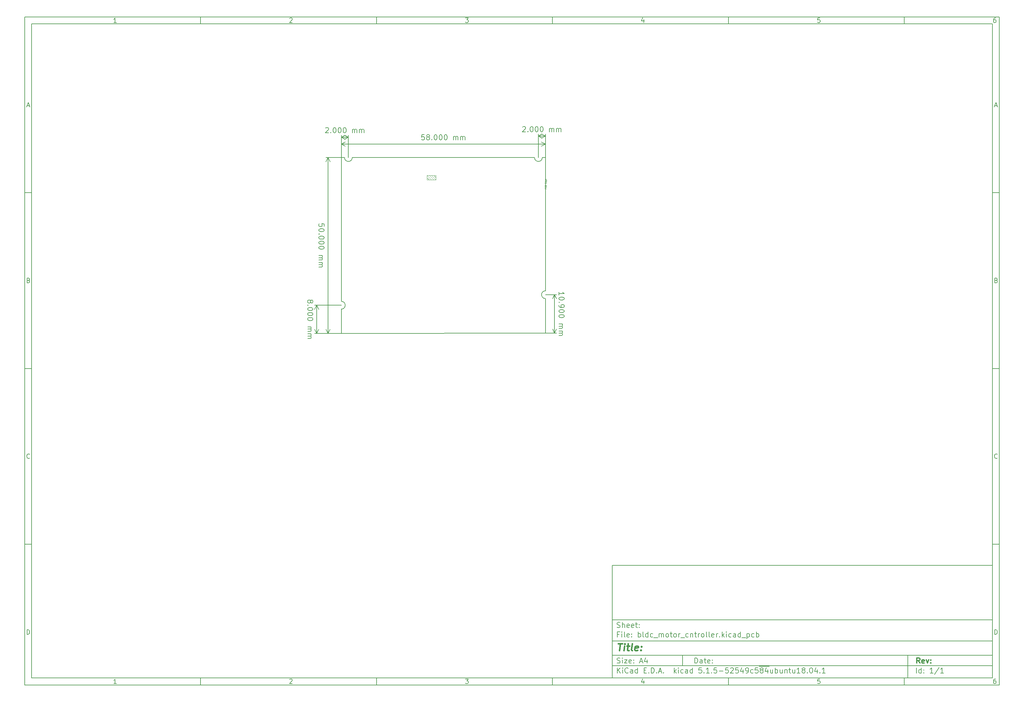
<source format=gbr>
G04 #@! TF.GenerationSoftware,KiCad,Pcbnew,5.1.5-52549c5~84~ubuntu18.04.1*
G04 #@! TF.CreationDate,2020-02-16T22:49:10+01:00*
G04 #@! TF.ProjectId,bldc_motor_cntroller,626c6463-5f6d-46f7-946f-725f636e7472,rev?*
G04 #@! TF.SameCoordinates,Original*
G04 #@! TF.FileFunction,OtherDrawing,Comment*
%FSLAX46Y46*%
G04 Gerber Fmt 4.6, Leading zero omitted, Abs format (unit mm)*
G04 Created by KiCad (PCBNEW 5.1.5-52549c5~84~ubuntu18.04.1) date 2020-02-16 22:49:10*
%MOMM*%
%LPD*%
G04 APERTURE LIST*
%ADD10C,0.100000*%
%ADD11C,0.150000*%
%ADD12C,0.300000*%
%ADD13C,0.400000*%
%ADD14C,0.200000*%
%ADD15C,0.040000*%
G04 APERTURE END LIST*
D10*
D11*
X177002200Y-166007200D02*
X177002200Y-198007200D01*
X285002200Y-198007200D01*
X285002200Y-166007200D01*
X177002200Y-166007200D01*
D10*
D11*
X10000000Y-10000000D02*
X10000000Y-200007200D01*
X287002200Y-200007200D01*
X287002200Y-10000000D01*
X10000000Y-10000000D01*
D10*
D11*
X12000000Y-12000000D02*
X12000000Y-198007200D01*
X285002200Y-198007200D01*
X285002200Y-12000000D01*
X12000000Y-12000000D01*
D10*
D11*
X60000000Y-12000000D02*
X60000000Y-10000000D01*
D10*
D11*
X110000000Y-12000000D02*
X110000000Y-10000000D01*
D10*
D11*
X160000000Y-12000000D02*
X160000000Y-10000000D01*
D10*
D11*
X210000000Y-12000000D02*
X210000000Y-10000000D01*
D10*
D11*
X260000000Y-12000000D02*
X260000000Y-10000000D01*
D10*
D11*
X36065476Y-11588095D02*
X35322619Y-11588095D01*
X35694047Y-11588095D02*
X35694047Y-10288095D01*
X35570238Y-10473809D01*
X35446428Y-10597619D01*
X35322619Y-10659523D01*
D10*
D11*
X85322619Y-10411904D02*
X85384523Y-10350000D01*
X85508333Y-10288095D01*
X85817857Y-10288095D01*
X85941666Y-10350000D01*
X86003571Y-10411904D01*
X86065476Y-10535714D01*
X86065476Y-10659523D01*
X86003571Y-10845238D01*
X85260714Y-11588095D01*
X86065476Y-11588095D01*
D10*
D11*
X135260714Y-10288095D02*
X136065476Y-10288095D01*
X135632142Y-10783333D01*
X135817857Y-10783333D01*
X135941666Y-10845238D01*
X136003571Y-10907142D01*
X136065476Y-11030952D01*
X136065476Y-11340476D01*
X136003571Y-11464285D01*
X135941666Y-11526190D01*
X135817857Y-11588095D01*
X135446428Y-11588095D01*
X135322619Y-11526190D01*
X135260714Y-11464285D01*
D10*
D11*
X185941666Y-10721428D02*
X185941666Y-11588095D01*
X185632142Y-10226190D02*
X185322619Y-11154761D01*
X186127380Y-11154761D01*
D10*
D11*
X236003571Y-10288095D02*
X235384523Y-10288095D01*
X235322619Y-10907142D01*
X235384523Y-10845238D01*
X235508333Y-10783333D01*
X235817857Y-10783333D01*
X235941666Y-10845238D01*
X236003571Y-10907142D01*
X236065476Y-11030952D01*
X236065476Y-11340476D01*
X236003571Y-11464285D01*
X235941666Y-11526190D01*
X235817857Y-11588095D01*
X235508333Y-11588095D01*
X235384523Y-11526190D01*
X235322619Y-11464285D01*
D10*
D11*
X285941666Y-10288095D02*
X285694047Y-10288095D01*
X285570238Y-10350000D01*
X285508333Y-10411904D01*
X285384523Y-10597619D01*
X285322619Y-10845238D01*
X285322619Y-11340476D01*
X285384523Y-11464285D01*
X285446428Y-11526190D01*
X285570238Y-11588095D01*
X285817857Y-11588095D01*
X285941666Y-11526190D01*
X286003571Y-11464285D01*
X286065476Y-11340476D01*
X286065476Y-11030952D01*
X286003571Y-10907142D01*
X285941666Y-10845238D01*
X285817857Y-10783333D01*
X285570238Y-10783333D01*
X285446428Y-10845238D01*
X285384523Y-10907142D01*
X285322619Y-11030952D01*
D10*
D11*
X60000000Y-198007200D02*
X60000000Y-200007200D01*
D10*
D11*
X110000000Y-198007200D02*
X110000000Y-200007200D01*
D10*
D11*
X160000000Y-198007200D02*
X160000000Y-200007200D01*
D10*
D11*
X210000000Y-198007200D02*
X210000000Y-200007200D01*
D10*
D11*
X260000000Y-198007200D02*
X260000000Y-200007200D01*
D10*
D11*
X36065476Y-199595295D02*
X35322619Y-199595295D01*
X35694047Y-199595295D02*
X35694047Y-198295295D01*
X35570238Y-198481009D01*
X35446428Y-198604819D01*
X35322619Y-198666723D01*
D10*
D11*
X85322619Y-198419104D02*
X85384523Y-198357200D01*
X85508333Y-198295295D01*
X85817857Y-198295295D01*
X85941666Y-198357200D01*
X86003571Y-198419104D01*
X86065476Y-198542914D01*
X86065476Y-198666723D01*
X86003571Y-198852438D01*
X85260714Y-199595295D01*
X86065476Y-199595295D01*
D10*
D11*
X135260714Y-198295295D02*
X136065476Y-198295295D01*
X135632142Y-198790533D01*
X135817857Y-198790533D01*
X135941666Y-198852438D01*
X136003571Y-198914342D01*
X136065476Y-199038152D01*
X136065476Y-199347676D01*
X136003571Y-199471485D01*
X135941666Y-199533390D01*
X135817857Y-199595295D01*
X135446428Y-199595295D01*
X135322619Y-199533390D01*
X135260714Y-199471485D01*
D10*
D11*
X185941666Y-198728628D02*
X185941666Y-199595295D01*
X185632142Y-198233390D02*
X185322619Y-199161961D01*
X186127380Y-199161961D01*
D10*
D11*
X236003571Y-198295295D02*
X235384523Y-198295295D01*
X235322619Y-198914342D01*
X235384523Y-198852438D01*
X235508333Y-198790533D01*
X235817857Y-198790533D01*
X235941666Y-198852438D01*
X236003571Y-198914342D01*
X236065476Y-199038152D01*
X236065476Y-199347676D01*
X236003571Y-199471485D01*
X235941666Y-199533390D01*
X235817857Y-199595295D01*
X235508333Y-199595295D01*
X235384523Y-199533390D01*
X235322619Y-199471485D01*
D10*
D11*
X285941666Y-198295295D02*
X285694047Y-198295295D01*
X285570238Y-198357200D01*
X285508333Y-198419104D01*
X285384523Y-198604819D01*
X285322619Y-198852438D01*
X285322619Y-199347676D01*
X285384523Y-199471485D01*
X285446428Y-199533390D01*
X285570238Y-199595295D01*
X285817857Y-199595295D01*
X285941666Y-199533390D01*
X286003571Y-199471485D01*
X286065476Y-199347676D01*
X286065476Y-199038152D01*
X286003571Y-198914342D01*
X285941666Y-198852438D01*
X285817857Y-198790533D01*
X285570238Y-198790533D01*
X285446428Y-198852438D01*
X285384523Y-198914342D01*
X285322619Y-199038152D01*
D10*
D11*
X10000000Y-60000000D02*
X12000000Y-60000000D01*
D10*
D11*
X10000000Y-110000000D02*
X12000000Y-110000000D01*
D10*
D11*
X10000000Y-160000000D02*
X12000000Y-160000000D01*
D10*
D11*
X10690476Y-35216666D02*
X11309523Y-35216666D01*
X10566666Y-35588095D02*
X11000000Y-34288095D01*
X11433333Y-35588095D01*
D10*
D11*
X11092857Y-84907142D02*
X11278571Y-84969047D01*
X11340476Y-85030952D01*
X11402380Y-85154761D01*
X11402380Y-85340476D01*
X11340476Y-85464285D01*
X11278571Y-85526190D01*
X11154761Y-85588095D01*
X10659523Y-85588095D01*
X10659523Y-84288095D01*
X11092857Y-84288095D01*
X11216666Y-84350000D01*
X11278571Y-84411904D01*
X11340476Y-84535714D01*
X11340476Y-84659523D01*
X11278571Y-84783333D01*
X11216666Y-84845238D01*
X11092857Y-84907142D01*
X10659523Y-84907142D01*
D10*
D11*
X11402380Y-135464285D02*
X11340476Y-135526190D01*
X11154761Y-135588095D01*
X11030952Y-135588095D01*
X10845238Y-135526190D01*
X10721428Y-135402380D01*
X10659523Y-135278571D01*
X10597619Y-135030952D01*
X10597619Y-134845238D01*
X10659523Y-134597619D01*
X10721428Y-134473809D01*
X10845238Y-134350000D01*
X11030952Y-134288095D01*
X11154761Y-134288095D01*
X11340476Y-134350000D01*
X11402380Y-134411904D01*
D10*
D11*
X10659523Y-185588095D02*
X10659523Y-184288095D01*
X10969047Y-184288095D01*
X11154761Y-184350000D01*
X11278571Y-184473809D01*
X11340476Y-184597619D01*
X11402380Y-184845238D01*
X11402380Y-185030952D01*
X11340476Y-185278571D01*
X11278571Y-185402380D01*
X11154761Y-185526190D01*
X10969047Y-185588095D01*
X10659523Y-185588095D01*
D10*
D11*
X287002200Y-60000000D02*
X285002200Y-60000000D01*
D10*
D11*
X287002200Y-110000000D02*
X285002200Y-110000000D01*
D10*
D11*
X287002200Y-160000000D02*
X285002200Y-160000000D01*
D10*
D11*
X285692676Y-35216666D02*
X286311723Y-35216666D01*
X285568866Y-35588095D02*
X286002200Y-34288095D01*
X286435533Y-35588095D01*
D10*
D11*
X286095057Y-84907142D02*
X286280771Y-84969047D01*
X286342676Y-85030952D01*
X286404580Y-85154761D01*
X286404580Y-85340476D01*
X286342676Y-85464285D01*
X286280771Y-85526190D01*
X286156961Y-85588095D01*
X285661723Y-85588095D01*
X285661723Y-84288095D01*
X286095057Y-84288095D01*
X286218866Y-84350000D01*
X286280771Y-84411904D01*
X286342676Y-84535714D01*
X286342676Y-84659523D01*
X286280771Y-84783333D01*
X286218866Y-84845238D01*
X286095057Y-84907142D01*
X285661723Y-84907142D01*
D10*
D11*
X286404580Y-135464285D02*
X286342676Y-135526190D01*
X286156961Y-135588095D01*
X286033152Y-135588095D01*
X285847438Y-135526190D01*
X285723628Y-135402380D01*
X285661723Y-135278571D01*
X285599819Y-135030952D01*
X285599819Y-134845238D01*
X285661723Y-134597619D01*
X285723628Y-134473809D01*
X285847438Y-134350000D01*
X286033152Y-134288095D01*
X286156961Y-134288095D01*
X286342676Y-134350000D01*
X286404580Y-134411904D01*
D10*
D11*
X285661723Y-185588095D02*
X285661723Y-184288095D01*
X285971247Y-184288095D01*
X286156961Y-184350000D01*
X286280771Y-184473809D01*
X286342676Y-184597619D01*
X286404580Y-184845238D01*
X286404580Y-185030952D01*
X286342676Y-185278571D01*
X286280771Y-185402380D01*
X286156961Y-185526190D01*
X285971247Y-185588095D01*
X285661723Y-185588095D01*
D10*
D11*
X200434342Y-193785771D02*
X200434342Y-192285771D01*
X200791485Y-192285771D01*
X201005771Y-192357200D01*
X201148628Y-192500057D01*
X201220057Y-192642914D01*
X201291485Y-192928628D01*
X201291485Y-193142914D01*
X201220057Y-193428628D01*
X201148628Y-193571485D01*
X201005771Y-193714342D01*
X200791485Y-193785771D01*
X200434342Y-193785771D01*
X202577200Y-193785771D02*
X202577200Y-193000057D01*
X202505771Y-192857200D01*
X202362914Y-192785771D01*
X202077200Y-192785771D01*
X201934342Y-192857200D01*
X202577200Y-193714342D02*
X202434342Y-193785771D01*
X202077200Y-193785771D01*
X201934342Y-193714342D01*
X201862914Y-193571485D01*
X201862914Y-193428628D01*
X201934342Y-193285771D01*
X202077200Y-193214342D01*
X202434342Y-193214342D01*
X202577200Y-193142914D01*
X203077200Y-192785771D02*
X203648628Y-192785771D01*
X203291485Y-192285771D02*
X203291485Y-193571485D01*
X203362914Y-193714342D01*
X203505771Y-193785771D01*
X203648628Y-193785771D01*
X204720057Y-193714342D02*
X204577200Y-193785771D01*
X204291485Y-193785771D01*
X204148628Y-193714342D01*
X204077200Y-193571485D01*
X204077200Y-193000057D01*
X204148628Y-192857200D01*
X204291485Y-192785771D01*
X204577200Y-192785771D01*
X204720057Y-192857200D01*
X204791485Y-193000057D01*
X204791485Y-193142914D01*
X204077200Y-193285771D01*
X205434342Y-193642914D02*
X205505771Y-193714342D01*
X205434342Y-193785771D01*
X205362914Y-193714342D01*
X205434342Y-193642914D01*
X205434342Y-193785771D01*
X205434342Y-192857200D02*
X205505771Y-192928628D01*
X205434342Y-193000057D01*
X205362914Y-192928628D01*
X205434342Y-192857200D01*
X205434342Y-193000057D01*
D10*
D11*
X177002200Y-194507200D02*
X285002200Y-194507200D01*
D10*
D11*
X178434342Y-196585771D02*
X178434342Y-195085771D01*
X179291485Y-196585771D02*
X178648628Y-195728628D01*
X179291485Y-195085771D02*
X178434342Y-195942914D01*
X179934342Y-196585771D02*
X179934342Y-195585771D01*
X179934342Y-195085771D02*
X179862914Y-195157200D01*
X179934342Y-195228628D01*
X180005771Y-195157200D01*
X179934342Y-195085771D01*
X179934342Y-195228628D01*
X181505771Y-196442914D02*
X181434342Y-196514342D01*
X181220057Y-196585771D01*
X181077200Y-196585771D01*
X180862914Y-196514342D01*
X180720057Y-196371485D01*
X180648628Y-196228628D01*
X180577200Y-195942914D01*
X180577200Y-195728628D01*
X180648628Y-195442914D01*
X180720057Y-195300057D01*
X180862914Y-195157200D01*
X181077200Y-195085771D01*
X181220057Y-195085771D01*
X181434342Y-195157200D01*
X181505771Y-195228628D01*
X182791485Y-196585771D02*
X182791485Y-195800057D01*
X182720057Y-195657200D01*
X182577200Y-195585771D01*
X182291485Y-195585771D01*
X182148628Y-195657200D01*
X182791485Y-196514342D02*
X182648628Y-196585771D01*
X182291485Y-196585771D01*
X182148628Y-196514342D01*
X182077200Y-196371485D01*
X182077200Y-196228628D01*
X182148628Y-196085771D01*
X182291485Y-196014342D01*
X182648628Y-196014342D01*
X182791485Y-195942914D01*
X184148628Y-196585771D02*
X184148628Y-195085771D01*
X184148628Y-196514342D02*
X184005771Y-196585771D01*
X183720057Y-196585771D01*
X183577200Y-196514342D01*
X183505771Y-196442914D01*
X183434342Y-196300057D01*
X183434342Y-195871485D01*
X183505771Y-195728628D01*
X183577200Y-195657200D01*
X183720057Y-195585771D01*
X184005771Y-195585771D01*
X184148628Y-195657200D01*
X186005771Y-195800057D02*
X186505771Y-195800057D01*
X186720057Y-196585771D02*
X186005771Y-196585771D01*
X186005771Y-195085771D01*
X186720057Y-195085771D01*
X187362914Y-196442914D02*
X187434342Y-196514342D01*
X187362914Y-196585771D01*
X187291485Y-196514342D01*
X187362914Y-196442914D01*
X187362914Y-196585771D01*
X188077200Y-196585771D02*
X188077200Y-195085771D01*
X188434342Y-195085771D01*
X188648628Y-195157200D01*
X188791485Y-195300057D01*
X188862914Y-195442914D01*
X188934342Y-195728628D01*
X188934342Y-195942914D01*
X188862914Y-196228628D01*
X188791485Y-196371485D01*
X188648628Y-196514342D01*
X188434342Y-196585771D01*
X188077200Y-196585771D01*
X189577200Y-196442914D02*
X189648628Y-196514342D01*
X189577200Y-196585771D01*
X189505771Y-196514342D01*
X189577200Y-196442914D01*
X189577200Y-196585771D01*
X190220057Y-196157200D02*
X190934342Y-196157200D01*
X190077200Y-196585771D02*
X190577200Y-195085771D01*
X191077200Y-196585771D01*
X191577200Y-196442914D02*
X191648628Y-196514342D01*
X191577200Y-196585771D01*
X191505771Y-196514342D01*
X191577200Y-196442914D01*
X191577200Y-196585771D01*
X194577200Y-196585771D02*
X194577200Y-195085771D01*
X194720057Y-196014342D02*
X195148628Y-196585771D01*
X195148628Y-195585771D02*
X194577200Y-196157200D01*
X195791485Y-196585771D02*
X195791485Y-195585771D01*
X195791485Y-195085771D02*
X195720057Y-195157200D01*
X195791485Y-195228628D01*
X195862914Y-195157200D01*
X195791485Y-195085771D01*
X195791485Y-195228628D01*
X197148628Y-196514342D02*
X197005771Y-196585771D01*
X196720057Y-196585771D01*
X196577200Y-196514342D01*
X196505771Y-196442914D01*
X196434342Y-196300057D01*
X196434342Y-195871485D01*
X196505771Y-195728628D01*
X196577200Y-195657200D01*
X196720057Y-195585771D01*
X197005771Y-195585771D01*
X197148628Y-195657200D01*
X198434342Y-196585771D02*
X198434342Y-195800057D01*
X198362914Y-195657200D01*
X198220057Y-195585771D01*
X197934342Y-195585771D01*
X197791485Y-195657200D01*
X198434342Y-196514342D02*
X198291485Y-196585771D01*
X197934342Y-196585771D01*
X197791485Y-196514342D01*
X197720057Y-196371485D01*
X197720057Y-196228628D01*
X197791485Y-196085771D01*
X197934342Y-196014342D01*
X198291485Y-196014342D01*
X198434342Y-195942914D01*
X199791485Y-196585771D02*
X199791485Y-195085771D01*
X199791485Y-196514342D02*
X199648628Y-196585771D01*
X199362914Y-196585771D01*
X199220057Y-196514342D01*
X199148628Y-196442914D01*
X199077200Y-196300057D01*
X199077200Y-195871485D01*
X199148628Y-195728628D01*
X199220057Y-195657200D01*
X199362914Y-195585771D01*
X199648628Y-195585771D01*
X199791485Y-195657200D01*
X202362914Y-195085771D02*
X201648628Y-195085771D01*
X201577200Y-195800057D01*
X201648628Y-195728628D01*
X201791485Y-195657200D01*
X202148628Y-195657200D01*
X202291485Y-195728628D01*
X202362914Y-195800057D01*
X202434342Y-195942914D01*
X202434342Y-196300057D01*
X202362914Y-196442914D01*
X202291485Y-196514342D01*
X202148628Y-196585771D01*
X201791485Y-196585771D01*
X201648628Y-196514342D01*
X201577200Y-196442914D01*
X203077200Y-196442914D02*
X203148628Y-196514342D01*
X203077200Y-196585771D01*
X203005771Y-196514342D01*
X203077200Y-196442914D01*
X203077200Y-196585771D01*
X204577200Y-196585771D02*
X203720057Y-196585771D01*
X204148628Y-196585771D02*
X204148628Y-195085771D01*
X204005771Y-195300057D01*
X203862914Y-195442914D01*
X203720057Y-195514342D01*
X205220057Y-196442914D02*
X205291485Y-196514342D01*
X205220057Y-196585771D01*
X205148628Y-196514342D01*
X205220057Y-196442914D01*
X205220057Y-196585771D01*
X206648628Y-195085771D02*
X205934342Y-195085771D01*
X205862914Y-195800057D01*
X205934342Y-195728628D01*
X206077200Y-195657200D01*
X206434342Y-195657200D01*
X206577200Y-195728628D01*
X206648628Y-195800057D01*
X206720057Y-195942914D01*
X206720057Y-196300057D01*
X206648628Y-196442914D01*
X206577200Y-196514342D01*
X206434342Y-196585771D01*
X206077200Y-196585771D01*
X205934342Y-196514342D01*
X205862914Y-196442914D01*
X207362914Y-196014342D02*
X208505771Y-196014342D01*
X209934342Y-195085771D02*
X209220057Y-195085771D01*
X209148628Y-195800057D01*
X209220057Y-195728628D01*
X209362914Y-195657200D01*
X209720057Y-195657200D01*
X209862914Y-195728628D01*
X209934342Y-195800057D01*
X210005771Y-195942914D01*
X210005771Y-196300057D01*
X209934342Y-196442914D01*
X209862914Y-196514342D01*
X209720057Y-196585771D01*
X209362914Y-196585771D01*
X209220057Y-196514342D01*
X209148628Y-196442914D01*
X210577200Y-195228628D02*
X210648628Y-195157200D01*
X210791485Y-195085771D01*
X211148628Y-195085771D01*
X211291485Y-195157200D01*
X211362914Y-195228628D01*
X211434342Y-195371485D01*
X211434342Y-195514342D01*
X211362914Y-195728628D01*
X210505771Y-196585771D01*
X211434342Y-196585771D01*
X212791485Y-195085771D02*
X212077200Y-195085771D01*
X212005771Y-195800057D01*
X212077200Y-195728628D01*
X212220057Y-195657200D01*
X212577200Y-195657200D01*
X212720057Y-195728628D01*
X212791485Y-195800057D01*
X212862914Y-195942914D01*
X212862914Y-196300057D01*
X212791485Y-196442914D01*
X212720057Y-196514342D01*
X212577200Y-196585771D01*
X212220057Y-196585771D01*
X212077200Y-196514342D01*
X212005771Y-196442914D01*
X214148628Y-195585771D02*
X214148628Y-196585771D01*
X213791485Y-195014342D02*
X213434342Y-196085771D01*
X214362914Y-196085771D01*
X215005771Y-196585771D02*
X215291485Y-196585771D01*
X215434342Y-196514342D01*
X215505771Y-196442914D01*
X215648628Y-196228628D01*
X215720057Y-195942914D01*
X215720057Y-195371485D01*
X215648628Y-195228628D01*
X215577200Y-195157200D01*
X215434342Y-195085771D01*
X215148628Y-195085771D01*
X215005771Y-195157200D01*
X214934342Y-195228628D01*
X214862914Y-195371485D01*
X214862914Y-195728628D01*
X214934342Y-195871485D01*
X215005771Y-195942914D01*
X215148628Y-196014342D01*
X215434342Y-196014342D01*
X215577200Y-195942914D01*
X215648628Y-195871485D01*
X215720057Y-195728628D01*
X217005771Y-196514342D02*
X216862914Y-196585771D01*
X216577200Y-196585771D01*
X216434342Y-196514342D01*
X216362914Y-196442914D01*
X216291485Y-196300057D01*
X216291485Y-195871485D01*
X216362914Y-195728628D01*
X216434342Y-195657200D01*
X216577200Y-195585771D01*
X216862914Y-195585771D01*
X217005771Y-195657200D01*
X218362914Y-195085771D02*
X217648628Y-195085771D01*
X217577200Y-195800057D01*
X217648628Y-195728628D01*
X217791485Y-195657200D01*
X218148628Y-195657200D01*
X218291485Y-195728628D01*
X218362914Y-195800057D01*
X218434342Y-195942914D01*
X218434342Y-196300057D01*
X218362914Y-196442914D01*
X218291485Y-196514342D01*
X218148628Y-196585771D01*
X217791485Y-196585771D01*
X217648628Y-196514342D01*
X217577200Y-196442914D01*
X218720057Y-194677200D02*
X220148628Y-194677200D01*
X219291485Y-195728628D02*
X219148628Y-195657200D01*
X219077200Y-195585771D01*
X219005771Y-195442914D01*
X219005771Y-195371485D01*
X219077200Y-195228628D01*
X219148628Y-195157200D01*
X219291485Y-195085771D01*
X219577200Y-195085771D01*
X219720057Y-195157200D01*
X219791485Y-195228628D01*
X219862914Y-195371485D01*
X219862914Y-195442914D01*
X219791485Y-195585771D01*
X219720057Y-195657200D01*
X219577200Y-195728628D01*
X219291485Y-195728628D01*
X219148628Y-195800057D01*
X219077200Y-195871485D01*
X219005771Y-196014342D01*
X219005771Y-196300057D01*
X219077200Y-196442914D01*
X219148628Y-196514342D01*
X219291485Y-196585771D01*
X219577200Y-196585771D01*
X219720057Y-196514342D01*
X219791485Y-196442914D01*
X219862914Y-196300057D01*
X219862914Y-196014342D01*
X219791485Y-195871485D01*
X219720057Y-195800057D01*
X219577200Y-195728628D01*
X220148628Y-194677200D02*
X221577199Y-194677200D01*
X221148628Y-195585771D02*
X221148628Y-196585771D01*
X220791485Y-195014342D02*
X220434342Y-196085771D01*
X221362914Y-196085771D01*
X222577199Y-195585771D02*
X222577199Y-196585771D01*
X221934342Y-195585771D02*
X221934342Y-196371485D01*
X222005771Y-196514342D01*
X222148628Y-196585771D01*
X222362914Y-196585771D01*
X222505771Y-196514342D01*
X222577199Y-196442914D01*
X223291485Y-196585771D02*
X223291485Y-195085771D01*
X223291485Y-195657200D02*
X223434342Y-195585771D01*
X223720057Y-195585771D01*
X223862914Y-195657200D01*
X223934342Y-195728628D01*
X224005771Y-195871485D01*
X224005771Y-196300057D01*
X223934342Y-196442914D01*
X223862914Y-196514342D01*
X223720057Y-196585771D01*
X223434342Y-196585771D01*
X223291485Y-196514342D01*
X225291485Y-195585771D02*
X225291485Y-196585771D01*
X224648628Y-195585771D02*
X224648628Y-196371485D01*
X224720057Y-196514342D01*
X224862914Y-196585771D01*
X225077199Y-196585771D01*
X225220057Y-196514342D01*
X225291485Y-196442914D01*
X226005771Y-195585771D02*
X226005771Y-196585771D01*
X226005771Y-195728628D02*
X226077199Y-195657200D01*
X226220057Y-195585771D01*
X226434342Y-195585771D01*
X226577199Y-195657200D01*
X226648628Y-195800057D01*
X226648628Y-196585771D01*
X227148628Y-195585771D02*
X227720057Y-195585771D01*
X227362914Y-195085771D02*
X227362914Y-196371485D01*
X227434342Y-196514342D01*
X227577200Y-196585771D01*
X227720057Y-196585771D01*
X228862914Y-195585771D02*
X228862914Y-196585771D01*
X228220057Y-195585771D02*
X228220057Y-196371485D01*
X228291485Y-196514342D01*
X228434342Y-196585771D01*
X228648628Y-196585771D01*
X228791485Y-196514342D01*
X228862914Y-196442914D01*
X230362914Y-196585771D02*
X229505771Y-196585771D01*
X229934342Y-196585771D02*
X229934342Y-195085771D01*
X229791485Y-195300057D01*
X229648628Y-195442914D01*
X229505771Y-195514342D01*
X231220057Y-195728628D02*
X231077199Y-195657200D01*
X231005771Y-195585771D01*
X230934342Y-195442914D01*
X230934342Y-195371485D01*
X231005771Y-195228628D01*
X231077199Y-195157200D01*
X231220057Y-195085771D01*
X231505771Y-195085771D01*
X231648628Y-195157200D01*
X231720057Y-195228628D01*
X231791485Y-195371485D01*
X231791485Y-195442914D01*
X231720057Y-195585771D01*
X231648628Y-195657200D01*
X231505771Y-195728628D01*
X231220057Y-195728628D01*
X231077199Y-195800057D01*
X231005771Y-195871485D01*
X230934342Y-196014342D01*
X230934342Y-196300057D01*
X231005771Y-196442914D01*
X231077199Y-196514342D01*
X231220057Y-196585771D01*
X231505771Y-196585771D01*
X231648628Y-196514342D01*
X231720057Y-196442914D01*
X231791485Y-196300057D01*
X231791485Y-196014342D01*
X231720057Y-195871485D01*
X231648628Y-195800057D01*
X231505771Y-195728628D01*
X232434342Y-196442914D02*
X232505771Y-196514342D01*
X232434342Y-196585771D01*
X232362914Y-196514342D01*
X232434342Y-196442914D01*
X232434342Y-196585771D01*
X233434342Y-195085771D02*
X233577199Y-195085771D01*
X233720057Y-195157200D01*
X233791485Y-195228628D01*
X233862914Y-195371485D01*
X233934342Y-195657200D01*
X233934342Y-196014342D01*
X233862914Y-196300057D01*
X233791485Y-196442914D01*
X233720057Y-196514342D01*
X233577199Y-196585771D01*
X233434342Y-196585771D01*
X233291485Y-196514342D01*
X233220057Y-196442914D01*
X233148628Y-196300057D01*
X233077199Y-196014342D01*
X233077199Y-195657200D01*
X233148628Y-195371485D01*
X233220057Y-195228628D01*
X233291485Y-195157200D01*
X233434342Y-195085771D01*
X235220057Y-195585771D02*
X235220057Y-196585771D01*
X234862914Y-195014342D02*
X234505771Y-196085771D01*
X235434342Y-196085771D01*
X236005771Y-196442914D02*
X236077199Y-196514342D01*
X236005771Y-196585771D01*
X235934342Y-196514342D01*
X236005771Y-196442914D01*
X236005771Y-196585771D01*
X237505771Y-196585771D02*
X236648628Y-196585771D01*
X237077199Y-196585771D02*
X237077199Y-195085771D01*
X236934342Y-195300057D01*
X236791485Y-195442914D01*
X236648628Y-195514342D01*
D10*
D11*
X177002200Y-191507200D02*
X285002200Y-191507200D01*
D10*
D12*
X264411485Y-193785771D02*
X263911485Y-193071485D01*
X263554342Y-193785771D02*
X263554342Y-192285771D01*
X264125771Y-192285771D01*
X264268628Y-192357200D01*
X264340057Y-192428628D01*
X264411485Y-192571485D01*
X264411485Y-192785771D01*
X264340057Y-192928628D01*
X264268628Y-193000057D01*
X264125771Y-193071485D01*
X263554342Y-193071485D01*
X265625771Y-193714342D02*
X265482914Y-193785771D01*
X265197200Y-193785771D01*
X265054342Y-193714342D01*
X264982914Y-193571485D01*
X264982914Y-193000057D01*
X265054342Y-192857200D01*
X265197200Y-192785771D01*
X265482914Y-192785771D01*
X265625771Y-192857200D01*
X265697200Y-193000057D01*
X265697200Y-193142914D01*
X264982914Y-193285771D01*
X266197200Y-192785771D02*
X266554342Y-193785771D01*
X266911485Y-192785771D01*
X267482914Y-193642914D02*
X267554342Y-193714342D01*
X267482914Y-193785771D01*
X267411485Y-193714342D01*
X267482914Y-193642914D01*
X267482914Y-193785771D01*
X267482914Y-192857200D02*
X267554342Y-192928628D01*
X267482914Y-193000057D01*
X267411485Y-192928628D01*
X267482914Y-192857200D01*
X267482914Y-193000057D01*
D10*
D11*
X178362914Y-193714342D02*
X178577200Y-193785771D01*
X178934342Y-193785771D01*
X179077200Y-193714342D01*
X179148628Y-193642914D01*
X179220057Y-193500057D01*
X179220057Y-193357200D01*
X179148628Y-193214342D01*
X179077200Y-193142914D01*
X178934342Y-193071485D01*
X178648628Y-193000057D01*
X178505771Y-192928628D01*
X178434342Y-192857200D01*
X178362914Y-192714342D01*
X178362914Y-192571485D01*
X178434342Y-192428628D01*
X178505771Y-192357200D01*
X178648628Y-192285771D01*
X179005771Y-192285771D01*
X179220057Y-192357200D01*
X179862914Y-193785771D02*
X179862914Y-192785771D01*
X179862914Y-192285771D02*
X179791485Y-192357200D01*
X179862914Y-192428628D01*
X179934342Y-192357200D01*
X179862914Y-192285771D01*
X179862914Y-192428628D01*
X180434342Y-192785771D02*
X181220057Y-192785771D01*
X180434342Y-193785771D01*
X181220057Y-193785771D01*
X182362914Y-193714342D02*
X182220057Y-193785771D01*
X181934342Y-193785771D01*
X181791485Y-193714342D01*
X181720057Y-193571485D01*
X181720057Y-193000057D01*
X181791485Y-192857200D01*
X181934342Y-192785771D01*
X182220057Y-192785771D01*
X182362914Y-192857200D01*
X182434342Y-193000057D01*
X182434342Y-193142914D01*
X181720057Y-193285771D01*
X183077200Y-193642914D02*
X183148628Y-193714342D01*
X183077200Y-193785771D01*
X183005771Y-193714342D01*
X183077200Y-193642914D01*
X183077200Y-193785771D01*
X183077200Y-192857200D02*
X183148628Y-192928628D01*
X183077200Y-193000057D01*
X183005771Y-192928628D01*
X183077200Y-192857200D01*
X183077200Y-193000057D01*
X184862914Y-193357200D02*
X185577200Y-193357200D01*
X184720057Y-193785771D02*
X185220057Y-192285771D01*
X185720057Y-193785771D01*
X186862914Y-192785771D02*
X186862914Y-193785771D01*
X186505771Y-192214342D02*
X186148628Y-193285771D01*
X187077200Y-193285771D01*
D10*
D11*
X263434342Y-196585771D02*
X263434342Y-195085771D01*
X264791485Y-196585771D02*
X264791485Y-195085771D01*
X264791485Y-196514342D02*
X264648628Y-196585771D01*
X264362914Y-196585771D01*
X264220057Y-196514342D01*
X264148628Y-196442914D01*
X264077200Y-196300057D01*
X264077200Y-195871485D01*
X264148628Y-195728628D01*
X264220057Y-195657200D01*
X264362914Y-195585771D01*
X264648628Y-195585771D01*
X264791485Y-195657200D01*
X265505771Y-196442914D02*
X265577200Y-196514342D01*
X265505771Y-196585771D01*
X265434342Y-196514342D01*
X265505771Y-196442914D01*
X265505771Y-196585771D01*
X265505771Y-195657200D02*
X265577200Y-195728628D01*
X265505771Y-195800057D01*
X265434342Y-195728628D01*
X265505771Y-195657200D01*
X265505771Y-195800057D01*
X268148628Y-196585771D02*
X267291485Y-196585771D01*
X267720057Y-196585771D02*
X267720057Y-195085771D01*
X267577200Y-195300057D01*
X267434342Y-195442914D01*
X267291485Y-195514342D01*
X269862914Y-195014342D02*
X268577200Y-196942914D01*
X271148628Y-196585771D02*
X270291485Y-196585771D01*
X270720057Y-196585771D02*
X270720057Y-195085771D01*
X270577200Y-195300057D01*
X270434342Y-195442914D01*
X270291485Y-195514342D01*
D10*
D11*
X177002200Y-187507200D02*
X285002200Y-187507200D01*
D10*
D13*
X178714580Y-188211961D02*
X179857438Y-188211961D01*
X179036009Y-190211961D02*
X179286009Y-188211961D01*
X180274104Y-190211961D02*
X180440771Y-188878628D01*
X180524104Y-188211961D02*
X180416961Y-188307200D01*
X180500295Y-188402438D01*
X180607438Y-188307200D01*
X180524104Y-188211961D01*
X180500295Y-188402438D01*
X181107438Y-188878628D02*
X181869342Y-188878628D01*
X181476485Y-188211961D02*
X181262200Y-189926247D01*
X181333628Y-190116723D01*
X181512200Y-190211961D01*
X181702676Y-190211961D01*
X182655057Y-190211961D02*
X182476485Y-190116723D01*
X182405057Y-189926247D01*
X182619342Y-188211961D01*
X184190771Y-190116723D02*
X183988390Y-190211961D01*
X183607438Y-190211961D01*
X183428866Y-190116723D01*
X183357438Y-189926247D01*
X183452676Y-189164342D01*
X183571723Y-188973866D01*
X183774104Y-188878628D01*
X184155057Y-188878628D01*
X184333628Y-188973866D01*
X184405057Y-189164342D01*
X184381247Y-189354819D01*
X183405057Y-189545295D01*
X185155057Y-190021485D02*
X185238390Y-190116723D01*
X185131247Y-190211961D01*
X185047914Y-190116723D01*
X185155057Y-190021485D01*
X185131247Y-190211961D01*
X185286009Y-188973866D02*
X185369342Y-189069104D01*
X185262200Y-189164342D01*
X185178866Y-189069104D01*
X185286009Y-188973866D01*
X185262200Y-189164342D01*
D10*
D11*
X178934342Y-185600057D02*
X178434342Y-185600057D01*
X178434342Y-186385771D02*
X178434342Y-184885771D01*
X179148628Y-184885771D01*
X179720057Y-186385771D02*
X179720057Y-185385771D01*
X179720057Y-184885771D02*
X179648628Y-184957200D01*
X179720057Y-185028628D01*
X179791485Y-184957200D01*
X179720057Y-184885771D01*
X179720057Y-185028628D01*
X180648628Y-186385771D02*
X180505771Y-186314342D01*
X180434342Y-186171485D01*
X180434342Y-184885771D01*
X181791485Y-186314342D02*
X181648628Y-186385771D01*
X181362914Y-186385771D01*
X181220057Y-186314342D01*
X181148628Y-186171485D01*
X181148628Y-185600057D01*
X181220057Y-185457200D01*
X181362914Y-185385771D01*
X181648628Y-185385771D01*
X181791485Y-185457200D01*
X181862914Y-185600057D01*
X181862914Y-185742914D01*
X181148628Y-185885771D01*
X182505771Y-186242914D02*
X182577200Y-186314342D01*
X182505771Y-186385771D01*
X182434342Y-186314342D01*
X182505771Y-186242914D01*
X182505771Y-186385771D01*
X182505771Y-185457200D02*
X182577200Y-185528628D01*
X182505771Y-185600057D01*
X182434342Y-185528628D01*
X182505771Y-185457200D01*
X182505771Y-185600057D01*
X184362914Y-186385771D02*
X184362914Y-184885771D01*
X184362914Y-185457200D02*
X184505771Y-185385771D01*
X184791485Y-185385771D01*
X184934342Y-185457200D01*
X185005771Y-185528628D01*
X185077200Y-185671485D01*
X185077200Y-186100057D01*
X185005771Y-186242914D01*
X184934342Y-186314342D01*
X184791485Y-186385771D01*
X184505771Y-186385771D01*
X184362914Y-186314342D01*
X185934342Y-186385771D02*
X185791485Y-186314342D01*
X185720057Y-186171485D01*
X185720057Y-184885771D01*
X187148628Y-186385771D02*
X187148628Y-184885771D01*
X187148628Y-186314342D02*
X187005771Y-186385771D01*
X186720057Y-186385771D01*
X186577200Y-186314342D01*
X186505771Y-186242914D01*
X186434342Y-186100057D01*
X186434342Y-185671485D01*
X186505771Y-185528628D01*
X186577200Y-185457200D01*
X186720057Y-185385771D01*
X187005771Y-185385771D01*
X187148628Y-185457200D01*
X188505771Y-186314342D02*
X188362914Y-186385771D01*
X188077200Y-186385771D01*
X187934342Y-186314342D01*
X187862914Y-186242914D01*
X187791485Y-186100057D01*
X187791485Y-185671485D01*
X187862914Y-185528628D01*
X187934342Y-185457200D01*
X188077200Y-185385771D01*
X188362914Y-185385771D01*
X188505771Y-185457200D01*
X188791485Y-186528628D02*
X189934342Y-186528628D01*
X190291485Y-186385771D02*
X190291485Y-185385771D01*
X190291485Y-185528628D02*
X190362914Y-185457200D01*
X190505771Y-185385771D01*
X190720057Y-185385771D01*
X190862914Y-185457200D01*
X190934342Y-185600057D01*
X190934342Y-186385771D01*
X190934342Y-185600057D02*
X191005771Y-185457200D01*
X191148628Y-185385771D01*
X191362914Y-185385771D01*
X191505771Y-185457200D01*
X191577200Y-185600057D01*
X191577200Y-186385771D01*
X192505771Y-186385771D02*
X192362914Y-186314342D01*
X192291485Y-186242914D01*
X192220057Y-186100057D01*
X192220057Y-185671485D01*
X192291485Y-185528628D01*
X192362914Y-185457200D01*
X192505771Y-185385771D01*
X192720057Y-185385771D01*
X192862914Y-185457200D01*
X192934342Y-185528628D01*
X193005771Y-185671485D01*
X193005771Y-186100057D01*
X192934342Y-186242914D01*
X192862914Y-186314342D01*
X192720057Y-186385771D01*
X192505771Y-186385771D01*
X193434342Y-185385771D02*
X194005771Y-185385771D01*
X193648628Y-184885771D02*
X193648628Y-186171485D01*
X193720057Y-186314342D01*
X193862914Y-186385771D01*
X194005771Y-186385771D01*
X194720057Y-186385771D02*
X194577200Y-186314342D01*
X194505771Y-186242914D01*
X194434342Y-186100057D01*
X194434342Y-185671485D01*
X194505771Y-185528628D01*
X194577200Y-185457200D01*
X194720057Y-185385771D01*
X194934342Y-185385771D01*
X195077200Y-185457200D01*
X195148628Y-185528628D01*
X195220057Y-185671485D01*
X195220057Y-186100057D01*
X195148628Y-186242914D01*
X195077200Y-186314342D01*
X194934342Y-186385771D01*
X194720057Y-186385771D01*
X195862914Y-186385771D02*
X195862914Y-185385771D01*
X195862914Y-185671485D02*
X195934342Y-185528628D01*
X196005771Y-185457200D01*
X196148628Y-185385771D01*
X196291485Y-185385771D01*
X196434342Y-186528628D02*
X197577200Y-186528628D01*
X198577200Y-186314342D02*
X198434342Y-186385771D01*
X198148628Y-186385771D01*
X198005771Y-186314342D01*
X197934342Y-186242914D01*
X197862914Y-186100057D01*
X197862914Y-185671485D01*
X197934342Y-185528628D01*
X198005771Y-185457200D01*
X198148628Y-185385771D01*
X198434342Y-185385771D01*
X198577200Y-185457200D01*
X199220057Y-185385771D02*
X199220057Y-186385771D01*
X199220057Y-185528628D02*
X199291485Y-185457200D01*
X199434342Y-185385771D01*
X199648628Y-185385771D01*
X199791485Y-185457200D01*
X199862914Y-185600057D01*
X199862914Y-186385771D01*
X200362914Y-185385771D02*
X200934342Y-185385771D01*
X200577200Y-184885771D02*
X200577200Y-186171485D01*
X200648628Y-186314342D01*
X200791485Y-186385771D01*
X200934342Y-186385771D01*
X201434342Y-186385771D02*
X201434342Y-185385771D01*
X201434342Y-185671485D02*
X201505771Y-185528628D01*
X201577200Y-185457200D01*
X201720057Y-185385771D01*
X201862914Y-185385771D01*
X202577200Y-186385771D02*
X202434342Y-186314342D01*
X202362914Y-186242914D01*
X202291485Y-186100057D01*
X202291485Y-185671485D01*
X202362914Y-185528628D01*
X202434342Y-185457200D01*
X202577200Y-185385771D01*
X202791485Y-185385771D01*
X202934342Y-185457200D01*
X203005771Y-185528628D01*
X203077200Y-185671485D01*
X203077200Y-186100057D01*
X203005771Y-186242914D01*
X202934342Y-186314342D01*
X202791485Y-186385771D01*
X202577200Y-186385771D01*
X203934342Y-186385771D02*
X203791485Y-186314342D01*
X203720057Y-186171485D01*
X203720057Y-184885771D01*
X204720057Y-186385771D02*
X204577200Y-186314342D01*
X204505771Y-186171485D01*
X204505771Y-184885771D01*
X205862914Y-186314342D02*
X205720057Y-186385771D01*
X205434342Y-186385771D01*
X205291485Y-186314342D01*
X205220057Y-186171485D01*
X205220057Y-185600057D01*
X205291485Y-185457200D01*
X205434342Y-185385771D01*
X205720057Y-185385771D01*
X205862914Y-185457200D01*
X205934342Y-185600057D01*
X205934342Y-185742914D01*
X205220057Y-185885771D01*
X206577200Y-186385771D02*
X206577200Y-185385771D01*
X206577200Y-185671485D02*
X206648628Y-185528628D01*
X206720057Y-185457200D01*
X206862914Y-185385771D01*
X207005771Y-185385771D01*
X207505771Y-186242914D02*
X207577200Y-186314342D01*
X207505771Y-186385771D01*
X207434342Y-186314342D01*
X207505771Y-186242914D01*
X207505771Y-186385771D01*
X208220057Y-186385771D02*
X208220057Y-184885771D01*
X208362914Y-185814342D02*
X208791485Y-186385771D01*
X208791485Y-185385771D02*
X208220057Y-185957200D01*
X209434342Y-186385771D02*
X209434342Y-185385771D01*
X209434342Y-184885771D02*
X209362914Y-184957200D01*
X209434342Y-185028628D01*
X209505771Y-184957200D01*
X209434342Y-184885771D01*
X209434342Y-185028628D01*
X210791485Y-186314342D02*
X210648628Y-186385771D01*
X210362914Y-186385771D01*
X210220057Y-186314342D01*
X210148628Y-186242914D01*
X210077200Y-186100057D01*
X210077200Y-185671485D01*
X210148628Y-185528628D01*
X210220057Y-185457200D01*
X210362914Y-185385771D01*
X210648628Y-185385771D01*
X210791485Y-185457200D01*
X212077200Y-186385771D02*
X212077200Y-185600057D01*
X212005771Y-185457200D01*
X211862914Y-185385771D01*
X211577200Y-185385771D01*
X211434342Y-185457200D01*
X212077200Y-186314342D02*
X211934342Y-186385771D01*
X211577200Y-186385771D01*
X211434342Y-186314342D01*
X211362914Y-186171485D01*
X211362914Y-186028628D01*
X211434342Y-185885771D01*
X211577200Y-185814342D01*
X211934342Y-185814342D01*
X212077200Y-185742914D01*
X213434342Y-186385771D02*
X213434342Y-184885771D01*
X213434342Y-186314342D02*
X213291485Y-186385771D01*
X213005771Y-186385771D01*
X212862914Y-186314342D01*
X212791485Y-186242914D01*
X212720057Y-186100057D01*
X212720057Y-185671485D01*
X212791485Y-185528628D01*
X212862914Y-185457200D01*
X213005771Y-185385771D01*
X213291485Y-185385771D01*
X213434342Y-185457200D01*
X213791485Y-186528628D02*
X214934342Y-186528628D01*
X215291485Y-185385771D02*
X215291485Y-186885771D01*
X215291485Y-185457200D02*
X215434342Y-185385771D01*
X215720057Y-185385771D01*
X215862914Y-185457200D01*
X215934342Y-185528628D01*
X216005771Y-185671485D01*
X216005771Y-186100057D01*
X215934342Y-186242914D01*
X215862914Y-186314342D01*
X215720057Y-186385771D01*
X215434342Y-186385771D01*
X215291485Y-186314342D01*
X217291485Y-186314342D02*
X217148628Y-186385771D01*
X216862914Y-186385771D01*
X216720057Y-186314342D01*
X216648628Y-186242914D01*
X216577200Y-186100057D01*
X216577200Y-185671485D01*
X216648628Y-185528628D01*
X216720057Y-185457200D01*
X216862914Y-185385771D01*
X217148628Y-185385771D01*
X217291485Y-185457200D01*
X217934342Y-186385771D02*
X217934342Y-184885771D01*
X217934342Y-185457200D02*
X218077200Y-185385771D01*
X218362914Y-185385771D01*
X218505771Y-185457200D01*
X218577200Y-185528628D01*
X218648628Y-185671485D01*
X218648628Y-186100057D01*
X218577200Y-186242914D01*
X218505771Y-186314342D01*
X218362914Y-186385771D01*
X218077200Y-186385771D01*
X217934342Y-186314342D01*
D10*
D11*
X177002200Y-181507200D02*
X285002200Y-181507200D01*
D10*
D11*
X178362914Y-183614342D02*
X178577200Y-183685771D01*
X178934342Y-183685771D01*
X179077200Y-183614342D01*
X179148628Y-183542914D01*
X179220057Y-183400057D01*
X179220057Y-183257200D01*
X179148628Y-183114342D01*
X179077200Y-183042914D01*
X178934342Y-182971485D01*
X178648628Y-182900057D01*
X178505771Y-182828628D01*
X178434342Y-182757200D01*
X178362914Y-182614342D01*
X178362914Y-182471485D01*
X178434342Y-182328628D01*
X178505771Y-182257200D01*
X178648628Y-182185771D01*
X179005771Y-182185771D01*
X179220057Y-182257200D01*
X179862914Y-183685771D02*
X179862914Y-182185771D01*
X180505771Y-183685771D02*
X180505771Y-182900057D01*
X180434342Y-182757200D01*
X180291485Y-182685771D01*
X180077200Y-182685771D01*
X179934342Y-182757200D01*
X179862914Y-182828628D01*
X181791485Y-183614342D02*
X181648628Y-183685771D01*
X181362914Y-183685771D01*
X181220057Y-183614342D01*
X181148628Y-183471485D01*
X181148628Y-182900057D01*
X181220057Y-182757200D01*
X181362914Y-182685771D01*
X181648628Y-182685771D01*
X181791485Y-182757200D01*
X181862914Y-182900057D01*
X181862914Y-183042914D01*
X181148628Y-183185771D01*
X183077200Y-183614342D02*
X182934342Y-183685771D01*
X182648628Y-183685771D01*
X182505771Y-183614342D01*
X182434342Y-183471485D01*
X182434342Y-182900057D01*
X182505771Y-182757200D01*
X182648628Y-182685771D01*
X182934342Y-182685771D01*
X183077200Y-182757200D01*
X183148628Y-182900057D01*
X183148628Y-183042914D01*
X182434342Y-183185771D01*
X183577200Y-182685771D02*
X184148628Y-182685771D01*
X183791485Y-182185771D02*
X183791485Y-183471485D01*
X183862914Y-183614342D01*
X184005771Y-183685771D01*
X184148628Y-183685771D01*
X184648628Y-183542914D02*
X184720057Y-183614342D01*
X184648628Y-183685771D01*
X184577200Y-183614342D01*
X184648628Y-183542914D01*
X184648628Y-183685771D01*
X184648628Y-182757200D02*
X184720057Y-182828628D01*
X184648628Y-182900057D01*
X184577200Y-182828628D01*
X184648628Y-182757200D01*
X184648628Y-182900057D01*
D10*
D11*
X197002200Y-191507200D02*
X197002200Y-194507200D01*
D10*
D11*
X261002200Y-191507200D02*
X261002200Y-198007200D01*
D14*
X100000000Y-90900000D02*
G75*
G02X100000000Y-93100000I0J-1100000D01*
G01*
X158000000Y-90100000D02*
G75*
G02X158000000Y-87900000I0J1100000D01*
G01*
X157100000Y-50000000D02*
G75*
G02X154900000Y-50000000I-1100000J0D01*
G01*
X103100000Y-50000000D02*
G75*
G02X100900000Y-50000000I-1100000J0D01*
G01*
X100900000Y-50000000D02*
X100000000Y-50000000D01*
X154900000Y-50000000D02*
X103100000Y-50000000D01*
X158000000Y-50000000D02*
X157100000Y-50000000D01*
X158000000Y-87900000D02*
X158000000Y-50000000D01*
X158000000Y-99900000D02*
X158000000Y-90100000D01*
X100000000Y-100000000D02*
X158000000Y-99900000D01*
X100000000Y-93100000D02*
X100000000Y-100000000D01*
X100000000Y-50000000D02*
X100000000Y-90900000D01*
X161821428Y-89092857D02*
X161821428Y-88235714D01*
X161821428Y-88664285D02*
X163321428Y-88664285D01*
X163107142Y-88521428D01*
X162964285Y-88378571D01*
X162892857Y-88235714D01*
X163321428Y-90021428D02*
X163321428Y-90164285D01*
X163250000Y-90307142D01*
X163178571Y-90378571D01*
X163035714Y-90450000D01*
X162750000Y-90521428D01*
X162392857Y-90521428D01*
X162107142Y-90450000D01*
X161964285Y-90378571D01*
X161892857Y-90307142D01*
X161821428Y-90164285D01*
X161821428Y-90021428D01*
X161892857Y-89878571D01*
X161964285Y-89807142D01*
X162107142Y-89735714D01*
X162392857Y-89664285D01*
X162750000Y-89664285D01*
X163035714Y-89735714D01*
X163178571Y-89807142D01*
X163250000Y-89878571D01*
X163321428Y-90021428D01*
X161964285Y-91164285D02*
X161892857Y-91235714D01*
X161821428Y-91164285D01*
X161892857Y-91092857D01*
X161964285Y-91164285D01*
X161821428Y-91164285D01*
X161821428Y-91950000D02*
X161821428Y-92235714D01*
X161892857Y-92378571D01*
X161964285Y-92450000D01*
X162178571Y-92592857D01*
X162464285Y-92664285D01*
X163035714Y-92664285D01*
X163178571Y-92592857D01*
X163250000Y-92521428D01*
X163321428Y-92378571D01*
X163321428Y-92092857D01*
X163250000Y-91950000D01*
X163178571Y-91878571D01*
X163035714Y-91807142D01*
X162678571Y-91807142D01*
X162535714Y-91878571D01*
X162464285Y-91950000D01*
X162392857Y-92092857D01*
X162392857Y-92378571D01*
X162464285Y-92521428D01*
X162535714Y-92592857D01*
X162678571Y-92664285D01*
X163321428Y-93592857D02*
X163321428Y-93735714D01*
X163250000Y-93878571D01*
X163178571Y-93950000D01*
X163035714Y-94021428D01*
X162750000Y-94092857D01*
X162392857Y-94092857D01*
X162107142Y-94021428D01*
X161964285Y-93950000D01*
X161892857Y-93878571D01*
X161821428Y-93735714D01*
X161821428Y-93592857D01*
X161892857Y-93450000D01*
X161964285Y-93378571D01*
X162107142Y-93307142D01*
X162392857Y-93235714D01*
X162750000Y-93235714D01*
X163035714Y-93307142D01*
X163178571Y-93378571D01*
X163250000Y-93450000D01*
X163321428Y-93592857D01*
X163321428Y-95021428D02*
X163321428Y-95164285D01*
X163250000Y-95307142D01*
X163178571Y-95378571D01*
X163035714Y-95450000D01*
X162750000Y-95521428D01*
X162392857Y-95521428D01*
X162107142Y-95450000D01*
X161964285Y-95378571D01*
X161892857Y-95307142D01*
X161821428Y-95164285D01*
X161821428Y-95021428D01*
X161892857Y-94878571D01*
X161964285Y-94807142D01*
X162107142Y-94735714D01*
X162392857Y-94664285D01*
X162750000Y-94664285D01*
X163035714Y-94735714D01*
X163178571Y-94807142D01*
X163250000Y-94878571D01*
X163321428Y-95021428D01*
X161821428Y-97307142D02*
X162821428Y-97307142D01*
X162678571Y-97307142D02*
X162750000Y-97378571D01*
X162821428Y-97521428D01*
X162821428Y-97735714D01*
X162750000Y-97878571D01*
X162607142Y-97950000D01*
X161821428Y-97950000D01*
X162607142Y-97950000D02*
X162750000Y-98021428D01*
X162821428Y-98164285D01*
X162821428Y-98378571D01*
X162750000Y-98521428D01*
X162607142Y-98592857D01*
X161821428Y-98592857D01*
X161821428Y-99307142D02*
X162821428Y-99307142D01*
X162678571Y-99307142D02*
X162750000Y-99378571D01*
X162821428Y-99521428D01*
X162821428Y-99735714D01*
X162750000Y-99878571D01*
X162607142Y-99950000D01*
X161821428Y-99950000D01*
X162607142Y-99950000D02*
X162750000Y-100021428D01*
X162821428Y-100164285D01*
X162821428Y-100378571D01*
X162750000Y-100521428D01*
X162607142Y-100592857D01*
X161821428Y-100592857D01*
X160600000Y-89000000D02*
X160600000Y-99900000D01*
X158000000Y-89000000D02*
X161186421Y-89000000D01*
X158000000Y-99900000D02*
X161186421Y-99900000D01*
X160600000Y-99900000D02*
X160013579Y-98773496D01*
X160600000Y-99900000D02*
X161186421Y-98773496D01*
X160600000Y-89000000D02*
X160013579Y-90126504D01*
X160600000Y-89000000D02*
X161186421Y-90126504D01*
X91278572Y-90785714D02*
X91350001Y-90642857D01*
X91421429Y-90571428D01*
X91564286Y-90500000D01*
X91635715Y-90500000D01*
X91778572Y-90571428D01*
X91850001Y-90642857D01*
X91921429Y-90785714D01*
X91921429Y-91071428D01*
X91850001Y-91214285D01*
X91778572Y-91285714D01*
X91635715Y-91357142D01*
X91564286Y-91357142D01*
X91421429Y-91285714D01*
X91350001Y-91214285D01*
X91278572Y-91071428D01*
X91278572Y-90785714D01*
X91207143Y-90642857D01*
X91135715Y-90571428D01*
X90992858Y-90500000D01*
X90707143Y-90500000D01*
X90564286Y-90571428D01*
X90492858Y-90642857D01*
X90421429Y-90785714D01*
X90421429Y-91071428D01*
X90492858Y-91214285D01*
X90564286Y-91285714D01*
X90707143Y-91357142D01*
X90992858Y-91357142D01*
X91135715Y-91285714D01*
X91207143Y-91214285D01*
X91278572Y-91071428D01*
X90564286Y-92000000D02*
X90492858Y-92071428D01*
X90421429Y-92000000D01*
X90492858Y-91928571D01*
X90564286Y-92000000D01*
X90421429Y-92000000D01*
X91921429Y-93000000D02*
X91921429Y-93142857D01*
X91850001Y-93285714D01*
X91778572Y-93357142D01*
X91635715Y-93428571D01*
X91350001Y-93500000D01*
X90992858Y-93500000D01*
X90707143Y-93428571D01*
X90564286Y-93357142D01*
X90492858Y-93285714D01*
X90421429Y-93142857D01*
X90421429Y-93000000D01*
X90492858Y-92857142D01*
X90564286Y-92785714D01*
X90707143Y-92714285D01*
X90992858Y-92642857D01*
X91350001Y-92642857D01*
X91635715Y-92714285D01*
X91778572Y-92785714D01*
X91850001Y-92857142D01*
X91921429Y-93000000D01*
X91921429Y-94428571D02*
X91921429Y-94571428D01*
X91850001Y-94714285D01*
X91778572Y-94785714D01*
X91635715Y-94857142D01*
X91350001Y-94928571D01*
X90992858Y-94928571D01*
X90707143Y-94857142D01*
X90564286Y-94785714D01*
X90492858Y-94714285D01*
X90421429Y-94571428D01*
X90421429Y-94428571D01*
X90492858Y-94285714D01*
X90564286Y-94214285D01*
X90707143Y-94142857D01*
X90992858Y-94071428D01*
X91350001Y-94071428D01*
X91635715Y-94142857D01*
X91778572Y-94214285D01*
X91850001Y-94285714D01*
X91921429Y-94428571D01*
X91921429Y-95857142D02*
X91921429Y-96000000D01*
X91850001Y-96142857D01*
X91778572Y-96214285D01*
X91635715Y-96285714D01*
X91350001Y-96357142D01*
X90992858Y-96357142D01*
X90707143Y-96285714D01*
X90564286Y-96214285D01*
X90492858Y-96142857D01*
X90421429Y-96000000D01*
X90421429Y-95857142D01*
X90492858Y-95714285D01*
X90564286Y-95642857D01*
X90707143Y-95571428D01*
X90992858Y-95500000D01*
X91350001Y-95500000D01*
X91635715Y-95571428D01*
X91778572Y-95642857D01*
X91850001Y-95714285D01*
X91921429Y-95857142D01*
X90421429Y-98142857D02*
X91421429Y-98142857D01*
X91278572Y-98142857D02*
X91350001Y-98214285D01*
X91421429Y-98357142D01*
X91421429Y-98571428D01*
X91350001Y-98714285D01*
X91207143Y-98785714D01*
X90421429Y-98785714D01*
X91207143Y-98785714D02*
X91350001Y-98857142D01*
X91421429Y-99000000D01*
X91421429Y-99214285D01*
X91350001Y-99357142D01*
X91207143Y-99428571D01*
X90421429Y-99428571D01*
X90421429Y-100142857D02*
X91421429Y-100142857D01*
X91278572Y-100142857D02*
X91350001Y-100214285D01*
X91421429Y-100357142D01*
X91421429Y-100571428D01*
X91350001Y-100714285D01*
X91207143Y-100785714D01*
X90421429Y-100785714D01*
X91207143Y-100785714D02*
X91350001Y-100857142D01*
X91421429Y-101000000D01*
X91421429Y-101214285D01*
X91350001Y-101357142D01*
X91207143Y-101428571D01*
X90421429Y-101428571D01*
X93000001Y-92000000D02*
X93000001Y-100000000D01*
X100000000Y-92000000D02*
X92413580Y-92000000D01*
X100000000Y-100000000D02*
X92413580Y-100000000D01*
X93000001Y-100000000D02*
X92413580Y-98873496D01*
X93000001Y-100000000D02*
X93586422Y-98873496D01*
X93000001Y-92000000D02*
X92413580Y-93126504D01*
X93000001Y-92000000D02*
X93586422Y-93126504D01*
X151500000Y-41321428D02*
X151571428Y-41250000D01*
X151714285Y-41178571D01*
X152071428Y-41178571D01*
X152214285Y-41250000D01*
X152285714Y-41321428D01*
X152357142Y-41464285D01*
X152357142Y-41607142D01*
X152285714Y-41821428D01*
X151428571Y-42678571D01*
X152357142Y-42678571D01*
X153000000Y-42535714D02*
X153071428Y-42607142D01*
X153000000Y-42678571D01*
X152928571Y-42607142D01*
X153000000Y-42535714D01*
X153000000Y-42678571D01*
X154000000Y-41178571D02*
X154142857Y-41178571D01*
X154285714Y-41250000D01*
X154357142Y-41321428D01*
X154428571Y-41464285D01*
X154500000Y-41750000D01*
X154500000Y-42107142D01*
X154428571Y-42392857D01*
X154357142Y-42535714D01*
X154285714Y-42607142D01*
X154142857Y-42678571D01*
X154000000Y-42678571D01*
X153857142Y-42607142D01*
X153785714Y-42535714D01*
X153714285Y-42392857D01*
X153642857Y-42107142D01*
X153642857Y-41750000D01*
X153714285Y-41464285D01*
X153785714Y-41321428D01*
X153857142Y-41250000D01*
X154000000Y-41178571D01*
X155428571Y-41178571D02*
X155571428Y-41178571D01*
X155714285Y-41250000D01*
X155785714Y-41321428D01*
X155857142Y-41464285D01*
X155928571Y-41750000D01*
X155928571Y-42107142D01*
X155857142Y-42392857D01*
X155785714Y-42535714D01*
X155714285Y-42607142D01*
X155571428Y-42678571D01*
X155428571Y-42678571D01*
X155285714Y-42607142D01*
X155214285Y-42535714D01*
X155142857Y-42392857D01*
X155071428Y-42107142D01*
X155071428Y-41750000D01*
X155142857Y-41464285D01*
X155214285Y-41321428D01*
X155285714Y-41250000D01*
X155428571Y-41178571D01*
X156857142Y-41178571D02*
X157000000Y-41178571D01*
X157142857Y-41250000D01*
X157214285Y-41321428D01*
X157285714Y-41464285D01*
X157357142Y-41750000D01*
X157357142Y-42107142D01*
X157285714Y-42392857D01*
X157214285Y-42535714D01*
X157142857Y-42607142D01*
X157000000Y-42678571D01*
X156857142Y-42678571D01*
X156714285Y-42607142D01*
X156642857Y-42535714D01*
X156571428Y-42392857D01*
X156500000Y-42107142D01*
X156500000Y-41750000D01*
X156571428Y-41464285D01*
X156642857Y-41321428D01*
X156714285Y-41250000D01*
X156857142Y-41178571D01*
X159142857Y-42678571D02*
X159142857Y-41678571D01*
X159142857Y-41821428D02*
X159214285Y-41750000D01*
X159357142Y-41678571D01*
X159571428Y-41678571D01*
X159714285Y-41750000D01*
X159785714Y-41892857D01*
X159785714Y-42678571D01*
X159785714Y-41892857D02*
X159857142Y-41750000D01*
X160000000Y-41678571D01*
X160214285Y-41678571D01*
X160357142Y-41750000D01*
X160428571Y-41892857D01*
X160428571Y-42678571D01*
X161142857Y-42678571D02*
X161142857Y-41678571D01*
X161142857Y-41821428D02*
X161214285Y-41750000D01*
X161357142Y-41678571D01*
X161571428Y-41678571D01*
X161714285Y-41750000D01*
X161785714Y-41892857D01*
X161785714Y-42678571D01*
X161785714Y-41892857D02*
X161857142Y-41750000D01*
X162000000Y-41678571D01*
X162214285Y-41678571D01*
X162357142Y-41750000D01*
X162428571Y-41892857D01*
X162428571Y-42678571D01*
X156000000Y-43900000D02*
X158000000Y-43900000D01*
X156000000Y-50000000D02*
X156000000Y-43313579D01*
X158000000Y-50000000D02*
X158000000Y-43313579D01*
X158000000Y-43900000D02*
X156873496Y-44486421D01*
X158000000Y-43900000D02*
X156873496Y-43313579D01*
X156000000Y-43900000D02*
X157126504Y-44486421D01*
X156000000Y-43900000D02*
X157126504Y-43313579D01*
X95500000Y-41621428D02*
X95571428Y-41550000D01*
X95714285Y-41478571D01*
X96071428Y-41478571D01*
X96214285Y-41550000D01*
X96285714Y-41621428D01*
X96357142Y-41764285D01*
X96357142Y-41907142D01*
X96285714Y-42121428D01*
X95428571Y-42978571D01*
X96357142Y-42978571D01*
X97000000Y-42835714D02*
X97071428Y-42907142D01*
X97000000Y-42978571D01*
X96928571Y-42907142D01*
X97000000Y-42835714D01*
X97000000Y-42978571D01*
X98000000Y-41478571D02*
X98142857Y-41478571D01*
X98285714Y-41550000D01*
X98357142Y-41621428D01*
X98428571Y-41764285D01*
X98500000Y-42050000D01*
X98500000Y-42407142D01*
X98428571Y-42692857D01*
X98357142Y-42835714D01*
X98285714Y-42907142D01*
X98142857Y-42978571D01*
X98000000Y-42978571D01*
X97857142Y-42907142D01*
X97785714Y-42835714D01*
X97714285Y-42692857D01*
X97642857Y-42407142D01*
X97642857Y-42050000D01*
X97714285Y-41764285D01*
X97785714Y-41621428D01*
X97857142Y-41550000D01*
X98000000Y-41478571D01*
X99428571Y-41478571D02*
X99571428Y-41478571D01*
X99714285Y-41550000D01*
X99785714Y-41621428D01*
X99857142Y-41764285D01*
X99928571Y-42050000D01*
X99928571Y-42407142D01*
X99857142Y-42692857D01*
X99785714Y-42835714D01*
X99714285Y-42907142D01*
X99571428Y-42978571D01*
X99428571Y-42978571D01*
X99285714Y-42907142D01*
X99214285Y-42835714D01*
X99142857Y-42692857D01*
X99071428Y-42407142D01*
X99071428Y-42050000D01*
X99142857Y-41764285D01*
X99214285Y-41621428D01*
X99285714Y-41550000D01*
X99428571Y-41478571D01*
X100857142Y-41478571D02*
X101000000Y-41478571D01*
X101142857Y-41550000D01*
X101214285Y-41621428D01*
X101285714Y-41764285D01*
X101357142Y-42050000D01*
X101357142Y-42407142D01*
X101285714Y-42692857D01*
X101214285Y-42835714D01*
X101142857Y-42907142D01*
X101000000Y-42978571D01*
X100857142Y-42978571D01*
X100714285Y-42907142D01*
X100642857Y-42835714D01*
X100571428Y-42692857D01*
X100500000Y-42407142D01*
X100500000Y-42050000D01*
X100571428Y-41764285D01*
X100642857Y-41621428D01*
X100714285Y-41550000D01*
X100857142Y-41478571D01*
X103142857Y-42978571D02*
X103142857Y-41978571D01*
X103142857Y-42121428D02*
X103214285Y-42050000D01*
X103357142Y-41978571D01*
X103571428Y-41978571D01*
X103714285Y-42050000D01*
X103785714Y-42192857D01*
X103785714Y-42978571D01*
X103785714Y-42192857D02*
X103857142Y-42050000D01*
X104000000Y-41978571D01*
X104214285Y-41978571D01*
X104357142Y-42050000D01*
X104428571Y-42192857D01*
X104428571Y-42978571D01*
X105142857Y-42978571D02*
X105142857Y-41978571D01*
X105142857Y-42121428D02*
X105214285Y-42050000D01*
X105357142Y-41978571D01*
X105571428Y-41978571D01*
X105714285Y-42050000D01*
X105785714Y-42192857D01*
X105785714Y-42978571D01*
X105785714Y-42192857D02*
X105857142Y-42050000D01*
X106000000Y-41978571D01*
X106214285Y-41978571D01*
X106357142Y-42050000D01*
X106428571Y-42192857D01*
X106428571Y-42978571D01*
X102000000Y-44200000D02*
X100000000Y-44200000D01*
X102000000Y-50000000D02*
X102000000Y-43613579D01*
X100000000Y-50000000D02*
X100000000Y-43613579D01*
X100000000Y-44200000D02*
X101126504Y-43613579D01*
X100000000Y-44200000D02*
X101126504Y-44786421D01*
X102000000Y-44200000D02*
X100873496Y-43613579D01*
X102000000Y-44200000D02*
X100873496Y-44786421D01*
X95121428Y-69571428D02*
X95121428Y-68857142D01*
X94407142Y-68785714D01*
X94478571Y-68857142D01*
X94550000Y-69000000D01*
X94550000Y-69357142D01*
X94478571Y-69500000D01*
X94407142Y-69571428D01*
X94264285Y-69642857D01*
X93907142Y-69642857D01*
X93764285Y-69571428D01*
X93692857Y-69500000D01*
X93621428Y-69357142D01*
X93621428Y-69000000D01*
X93692857Y-68857142D01*
X93764285Y-68785714D01*
X95121428Y-70571428D02*
X95121428Y-70714285D01*
X95050000Y-70857142D01*
X94978571Y-70928571D01*
X94835714Y-71000000D01*
X94550000Y-71071428D01*
X94192857Y-71071428D01*
X93907142Y-71000000D01*
X93764285Y-70928571D01*
X93692857Y-70857142D01*
X93621428Y-70714285D01*
X93621428Y-70571428D01*
X93692857Y-70428571D01*
X93764285Y-70357142D01*
X93907142Y-70285714D01*
X94192857Y-70214285D01*
X94550000Y-70214285D01*
X94835714Y-70285714D01*
X94978571Y-70357142D01*
X95050000Y-70428571D01*
X95121428Y-70571428D01*
X93764285Y-71714285D02*
X93692857Y-71785714D01*
X93621428Y-71714285D01*
X93692857Y-71642857D01*
X93764285Y-71714285D01*
X93621428Y-71714285D01*
X95121428Y-72714285D02*
X95121428Y-72857142D01*
X95050000Y-73000000D01*
X94978571Y-73071428D01*
X94835714Y-73142857D01*
X94550000Y-73214285D01*
X94192857Y-73214285D01*
X93907142Y-73142857D01*
X93764285Y-73071428D01*
X93692857Y-73000000D01*
X93621428Y-72857142D01*
X93621428Y-72714285D01*
X93692857Y-72571428D01*
X93764285Y-72500000D01*
X93907142Y-72428571D01*
X94192857Y-72357142D01*
X94550000Y-72357142D01*
X94835714Y-72428571D01*
X94978571Y-72500000D01*
X95050000Y-72571428D01*
X95121428Y-72714285D01*
X95121428Y-74142857D02*
X95121428Y-74285714D01*
X95050000Y-74428571D01*
X94978571Y-74500000D01*
X94835714Y-74571428D01*
X94550000Y-74642857D01*
X94192857Y-74642857D01*
X93907142Y-74571428D01*
X93764285Y-74500000D01*
X93692857Y-74428571D01*
X93621428Y-74285714D01*
X93621428Y-74142857D01*
X93692857Y-74000000D01*
X93764285Y-73928571D01*
X93907142Y-73857142D01*
X94192857Y-73785714D01*
X94550000Y-73785714D01*
X94835714Y-73857142D01*
X94978571Y-73928571D01*
X95050000Y-74000000D01*
X95121428Y-74142857D01*
X95121428Y-75571428D02*
X95121428Y-75714285D01*
X95050000Y-75857142D01*
X94978571Y-75928571D01*
X94835714Y-76000000D01*
X94550000Y-76071428D01*
X94192857Y-76071428D01*
X93907142Y-76000000D01*
X93764285Y-75928571D01*
X93692857Y-75857142D01*
X93621428Y-75714285D01*
X93621428Y-75571428D01*
X93692857Y-75428571D01*
X93764285Y-75357142D01*
X93907142Y-75285714D01*
X94192857Y-75214285D01*
X94550000Y-75214285D01*
X94835714Y-75285714D01*
X94978571Y-75357142D01*
X95050000Y-75428571D01*
X95121428Y-75571428D01*
X93621428Y-77857142D02*
X94621428Y-77857142D01*
X94478571Y-77857142D02*
X94550000Y-77928571D01*
X94621428Y-78071428D01*
X94621428Y-78285714D01*
X94550000Y-78428571D01*
X94407142Y-78500000D01*
X93621428Y-78500000D01*
X94407142Y-78500000D02*
X94550000Y-78571428D01*
X94621428Y-78714285D01*
X94621428Y-78928571D01*
X94550000Y-79071428D01*
X94407142Y-79142857D01*
X93621428Y-79142857D01*
X93621428Y-79857142D02*
X94621428Y-79857142D01*
X94478571Y-79857142D02*
X94550000Y-79928571D01*
X94621428Y-80071428D01*
X94621428Y-80285714D01*
X94550000Y-80428571D01*
X94407142Y-80500000D01*
X93621428Y-80500000D01*
X94407142Y-80500000D02*
X94550000Y-80571428D01*
X94621428Y-80714285D01*
X94621428Y-80928571D01*
X94550000Y-81071428D01*
X94407142Y-81142857D01*
X93621428Y-81142857D01*
X96200000Y-50000000D02*
X96200000Y-100000000D01*
X100000000Y-50000000D02*
X95613579Y-50000000D01*
X100000000Y-100000000D02*
X95613579Y-100000000D01*
X96200000Y-100000000D02*
X95613579Y-98873496D01*
X96200000Y-100000000D02*
X96786421Y-98873496D01*
X96200000Y-50000000D02*
X95613579Y-51126504D01*
X96200000Y-50000000D02*
X96786421Y-51126504D01*
X123571428Y-43478572D02*
X122857142Y-43478572D01*
X122785714Y-44192858D01*
X122857142Y-44121429D01*
X123000000Y-44050001D01*
X123357142Y-44050001D01*
X123500000Y-44121429D01*
X123571428Y-44192858D01*
X123642857Y-44335715D01*
X123642857Y-44692858D01*
X123571428Y-44835715D01*
X123500000Y-44907143D01*
X123357142Y-44978572D01*
X123000000Y-44978572D01*
X122857142Y-44907143D01*
X122785714Y-44835715D01*
X124500000Y-44121429D02*
X124357142Y-44050001D01*
X124285714Y-43978572D01*
X124214285Y-43835715D01*
X124214285Y-43764286D01*
X124285714Y-43621429D01*
X124357142Y-43550001D01*
X124500000Y-43478572D01*
X124785714Y-43478572D01*
X124928571Y-43550001D01*
X125000000Y-43621429D01*
X125071428Y-43764286D01*
X125071428Y-43835715D01*
X125000000Y-43978572D01*
X124928571Y-44050001D01*
X124785714Y-44121429D01*
X124500000Y-44121429D01*
X124357142Y-44192858D01*
X124285714Y-44264286D01*
X124214285Y-44407143D01*
X124214285Y-44692858D01*
X124285714Y-44835715D01*
X124357142Y-44907143D01*
X124500000Y-44978572D01*
X124785714Y-44978572D01*
X124928571Y-44907143D01*
X125000000Y-44835715D01*
X125071428Y-44692858D01*
X125071428Y-44407143D01*
X125000000Y-44264286D01*
X124928571Y-44192858D01*
X124785714Y-44121429D01*
X125714285Y-44835715D02*
X125785714Y-44907143D01*
X125714285Y-44978572D01*
X125642857Y-44907143D01*
X125714285Y-44835715D01*
X125714285Y-44978572D01*
X126714285Y-43478572D02*
X126857142Y-43478572D01*
X127000000Y-43550001D01*
X127071428Y-43621429D01*
X127142857Y-43764286D01*
X127214285Y-44050001D01*
X127214285Y-44407143D01*
X127142857Y-44692858D01*
X127071428Y-44835715D01*
X127000000Y-44907143D01*
X126857142Y-44978572D01*
X126714285Y-44978572D01*
X126571428Y-44907143D01*
X126500000Y-44835715D01*
X126428571Y-44692858D01*
X126357142Y-44407143D01*
X126357142Y-44050001D01*
X126428571Y-43764286D01*
X126500000Y-43621429D01*
X126571428Y-43550001D01*
X126714285Y-43478572D01*
X128142857Y-43478572D02*
X128285714Y-43478572D01*
X128428571Y-43550001D01*
X128500000Y-43621429D01*
X128571428Y-43764286D01*
X128642857Y-44050001D01*
X128642857Y-44407143D01*
X128571428Y-44692858D01*
X128500000Y-44835715D01*
X128428571Y-44907143D01*
X128285714Y-44978572D01*
X128142857Y-44978572D01*
X128000000Y-44907143D01*
X127928571Y-44835715D01*
X127857142Y-44692858D01*
X127785714Y-44407143D01*
X127785714Y-44050001D01*
X127857142Y-43764286D01*
X127928571Y-43621429D01*
X128000000Y-43550001D01*
X128142857Y-43478572D01*
X129571428Y-43478572D02*
X129714285Y-43478572D01*
X129857142Y-43550001D01*
X129928571Y-43621429D01*
X130000000Y-43764286D01*
X130071428Y-44050001D01*
X130071428Y-44407143D01*
X130000000Y-44692858D01*
X129928571Y-44835715D01*
X129857142Y-44907143D01*
X129714285Y-44978572D01*
X129571428Y-44978572D01*
X129428571Y-44907143D01*
X129357142Y-44835715D01*
X129285714Y-44692858D01*
X129214285Y-44407143D01*
X129214285Y-44050001D01*
X129285714Y-43764286D01*
X129357142Y-43621429D01*
X129428571Y-43550001D01*
X129571428Y-43478572D01*
X131857142Y-44978572D02*
X131857142Y-43978572D01*
X131857142Y-44121429D02*
X131928571Y-44050001D01*
X132071428Y-43978572D01*
X132285714Y-43978572D01*
X132428571Y-44050001D01*
X132500000Y-44192858D01*
X132500000Y-44978572D01*
X132500000Y-44192858D02*
X132571428Y-44050001D01*
X132714285Y-43978572D01*
X132928571Y-43978572D01*
X133071428Y-44050001D01*
X133142857Y-44192858D01*
X133142857Y-44978572D01*
X133857142Y-44978572D02*
X133857142Y-43978572D01*
X133857142Y-44121429D02*
X133928571Y-44050001D01*
X134071428Y-43978572D01*
X134285714Y-43978572D01*
X134428571Y-44050001D01*
X134500000Y-44192858D01*
X134500000Y-44978572D01*
X134500000Y-44192858D02*
X134571428Y-44050001D01*
X134714285Y-43978572D01*
X134928571Y-43978572D01*
X135071428Y-44050001D01*
X135142857Y-44192858D01*
X135142857Y-44978572D01*
X158000000Y-46200001D02*
X100000000Y-46200001D01*
X158000000Y-50000000D02*
X158000000Y-45613580D01*
X100000000Y-50000000D02*
X100000000Y-45613580D01*
X100000000Y-46200001D02*
X101126504Y-45613580D01*
X100000000Y-46200001D02*
X101126504Y-46786422D01*
X158000000Y-46200001D02*
X156873496Y-45613580D01*
X158000000Y-46200001D02*
X156873496Y-46786422D01*
D10*
X126235000Y-55065000D02*
X126870000Y-55700000D01*
X125600000Y-55065000D02*
X126870000Y-56335000D01*
X124965000Y-55065000D02*
X126235000Y-56335000D01*
X124330000Y-55700000D02*
X124965000Y-56335000D01*
X124330000Y-55065000D02*
X125600000Y-56335000D01*
X124330000Y-56335000D02*
X126870000Y-56335000D01*
X126870000Y-56335000D02*
X126870000Y-55065000D01*
X126870000Y-55065000D02*
X124330000Y-55065000D01*
X124330000Y-55065000D02*
X124330000Y-56335000D01*
D15*
X158250952Y-58871428D02*
X157850952Y-58871428D01*
X157850952Y-58719047D01*
X157870000Y-58680952D01*
X157889047Y-58661904D01*
X157927142Y-58642857D01*
X157984285Y-58642857D01*
X158022380Y-58661904D01*
X158041428Y-58680952D01*
X158060476Y-58719047D01*
X158060476Y-58871428D01*
X158212857Y-58242857D02*
X158231904Y-58261904D01*
X158250952Y-58319047D01*
X158250952Y-58357142D01*
X158231904Y-58414285D01*
X158193809Y-58452380D01*
X158155714Y-58471428D01*
X158079523Y-58490476D01*
X158022380Y-58490476D01*
X157946190Y-58471428D01*
X157908095Y-58452380D01*
X157870000Y-58414285D01*
X157850952Y-58357142D01*
X157850952Y-58319047D01*
X157870000Y-58261904D01*
X157889047Y-58242857D01*
X158041428Y-57938095D02*
X158060476Y-57880952D01*
X158079523Y-57861904D01*
X158117619Y-57842857D01*
X158174761Y-57842857D01*
X158212857Y-57861904D01*
X158231904Y-57880952D01*
X158250952Y-57919047D01*
X158250952Y-58071428D01*
X157850952Y-58071428D01*
X157850952Y-57938095D01*
X157870000Y-57900000D01*
X157889047Y-57880952D01*
X157927142Y-57861904D01*
X157965238Y-57861904D01*
X158003333Y-57880952D01*
X158022380Y-57900000D01*
X158041428Y-57938095D01*
X158041428Y-58071428D01*
X158041428Y-57366666D02*
X158041428Y-57233333D01*
X158250952Y-57176190D02*
X158250952Y-57366666D01*
X157850952Y-57366666D01*
X157850952Y-57176190D01*
X158250952Y-56833333D02*
X157850952Y-56833333D01*
X158231904Y-56833333D02*
X158250952Y-56871428D01*
X158250952Y-56947619D01*
X158231904Y-56985714D01*
X158212857Y-57004761D01*
X158174761Y-57023809D01*
X158060476Y-57023809D01*
X158022380Y-57004761D01*
X158003333Y-56985714D01*
X157984285Y-56947619D01*
X157984285Y-56871428D01*
X158003333Y-56833333D01*
X157984285Y-56471428D02*
X158308095Y-56471428D01*
X158346190Y-56490476D01*
X158365238Y-56509523D01*
X158384285Y-56547619D01*
X158384285Y-56604761D01*
X158365238Y-56642857D01*
X158231904Y-56471428D02*
X158250952Y-56509523D01*
X158250952Y-56585714D01*
X158231904Y-56623809D01*
X158212857Y-56642857D01*
X158174761Y-56661904D01*
X158060476Y-56661904D01*
X158022380Y-56642857D01*
X158003333Y-56623809D01*
X157984285Y-56585714D01*
X157984285Y-56509523D01*
X158003333Y-56471428D01*
X158231904Y-56128571D02*
X158250952Y-56166666D01*
X158250952Y-56242857D01*
X158231904Y-56280952D01*
X158193809Y-56300000D01*
X158041428Y-56300000D01*
X158003333Y-56280952D01*
X157984285Y-56242857D01*
X157984285Y-56166666D01*
X158003333Y-56128571D01*
X158041428Y-56109523D01*
X158079523Y-56109523D01*
X158117619Y-56300000D01*
M02*

</source>
